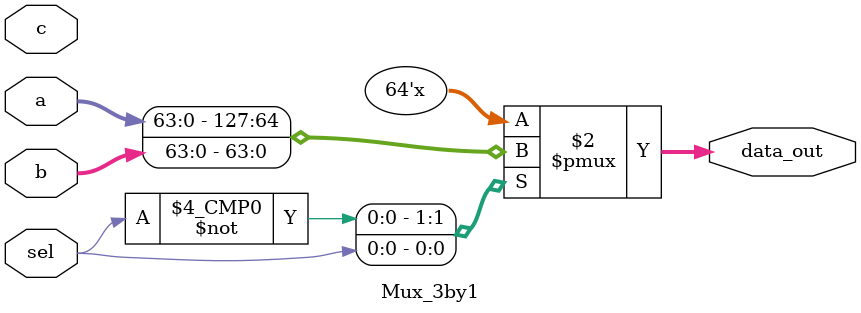
<source format=v>
`timescale 1ns / 1ps


module Mux_3by1(
	input [63:0] a,
	input [63:0] b,
	input [63:0] c,
	input  sel,
	
	output reg [63:0]data_out
);


always @ (a, b, c,  sel)
begin
	case(sel)
    2'b00: data_out = a;
    2'b01: data_out = b;
    2'b10: data_out = c;
    default: data_out = 64'h0;
  endcase
end

endmodule

</source>
